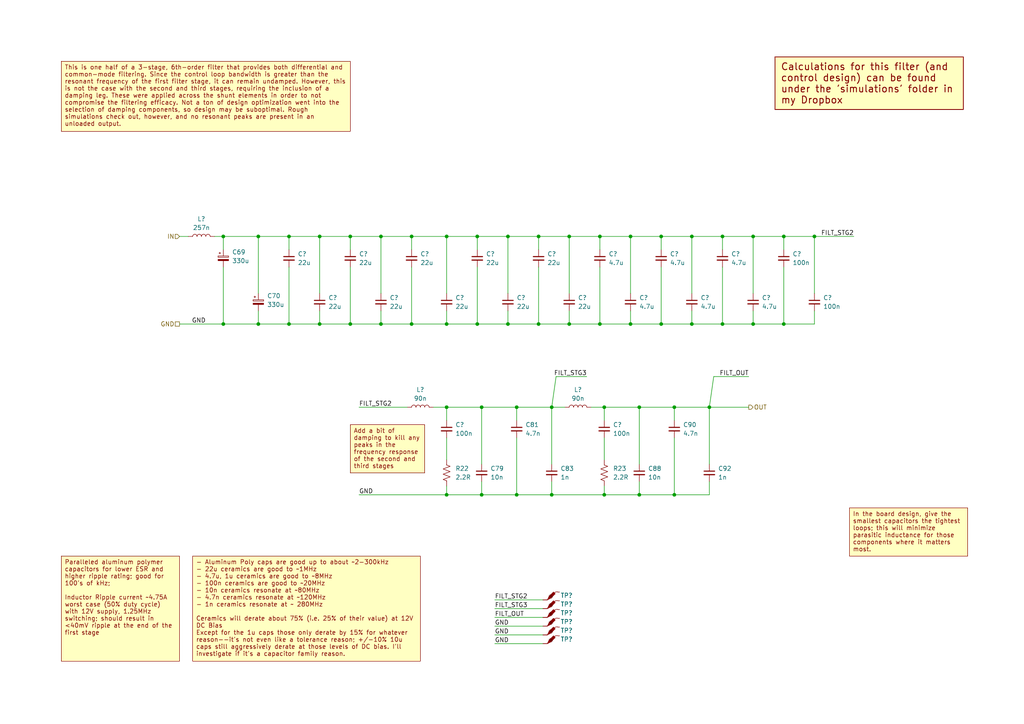
<source format=kicad_sch>
(kicad_sch (version 20230121) (generator eeschema)
  (paper "A4")
  (title_block (title "Shim Amplifier Prototype") (date "2023-08-01") (rev "A.1") (company "Ishaan Govindarajan"))
  (lib_symbols
    (symbol "Custom-Capacitor:25SVPF330M" (pin_numbers hide) (pin_names (offset 0.254) hide)
      (property "Reference" "C?" (at 0.254 1.778 0))
      (property "Value" "330u" (at 0.254 -2.032 0))
      (symbol "25SVPF330M_0_1"
        (rectangle (start -1.524 -0.3048) (end 1.524 -0.6858) (fill (type outline)))
        (rectangle (start -1.524 0.6858) (end 1.524 0.3048))
        (polyline (pts (xy -1.27 1.524) (xy -0.762 1.524)))
        (polyline (pts (xy -1.016 1.27) (xy -1.016 1.778)))
      )
      (symbol "25SVPF330M_1_1"
        (pin passive line (at 0 2.54 270) (length 1.8542) (name "~") (number "1"))
        (pin passive line (at 0 -2.54 90) (length 1.8542) (name "~") (number "2"))
      )
    )
    (symbol "Custom-Capacitor:CL10B102KB8NNNC" (pin_numbers hide) (pin_names (offset 0.254) hide)
      (property "Reference" "C" (at 0.254 1.778 0))
      (property "Value" "1n" (at 0.254 -2.032 0))
      (symbol "CL10B102KB8NNNC_0_1"
        (polyline (pts (xy -1.524 -0.508) (xy 1.524 -0.508)) (stroke (width 0.3302)))
        (polyline (pts (xy -1.524 0.508) (xy 1.524 0.508)) (stroke (width 0.3048)))
      )
      (symbol "CL10B102KB8NNNC_1_1"
        (pin passive line (at 0 2.54 270) (length 2.032) (name "~") (number "1"))
        (pin passive line (at 0 -2.54 90) (length 2.032) (name "~") (number "2"))
      )
    )
    (symbol "Custom-Capacitor:CL10B103KB8NNNC" (pin_numbers hide) (pin_names (offset 0.254) hide)
      (property "Reference" "C" (at 0.254 1.778 0))
      (property "Value" "10n" (at 0.254 -2.032 0))
      (symbol "CL10B103KB8NNNC_0_1"
        (polyline (pts (xy -1.524 -0.508) (xy 1.524 -0.508)) (stroke (width 0.3302)))
        (polyline (pts (xy -1.524 0.508) (xy 1.524 0.508)) (stroke (width 0.3048)))
      )
      (symbol "CL10B103KB8NNNC_1_1"
        (pin passive line (at 0 2.54 270) (length 2.032) (name "~") (number "1"))
        (pin passive line (at 0 -2.54 90) (length 2.032) (name "~") (number "2"))
      )
    )
    (symbol "Custom-Capacitor:CL10B104KB8NNWC" (pin_numbers hide) (pin_names (offset 0.254) hide)
      (property "Reference" "C" (at 0.254 1.778 0))
      (property "Value" "100n" (at 0.254 -2.032 0))
      (symbol "CL10B104KB8NNWC_0_1"
        (polyline (pts (xy -1.524 -0.508) (xy 1.524 -0.508)) (stroke (width 0.3302)))
        (polyline (pts (xy -1.524 0.508) (xy 1.524 0.508)) (stroke (width 0.3048)))
      )
      (symbol "CL10B104KB8NNWC_1_1"
        (pin passive line (at 0 2.54 270) (length 2.032) (name "~") (number "1"))
        (pin passive line (at 0 -2.54 90) (length 2.032) (name "~") (number "2"))
      )
    )
    (symbol "Custom-Capacitor:CL10B472KB8NFNC" (pin_numbers hide) (pin_names (offset 0.254) hide)
      (property "Reference" "C" (at 0.254 1.778 0))
      (property "Value" "4.7n" (at 0.254 -2.032 0))
      (symbol "CL10B472KB8NFNC_0_1"
        (polyline (pts (xy -1.524 -0.508) (xy 1.524 -0.508)) (stroke (width 0.3302)))
        (polyline (pts (xy -1.524 0.508) (xy 1.524 0.508)) (stroke (width 0.3048)))
      )
      (symbol "CL10B472KB8NFNC_1_1"
        (pin passive line (at 0 2.54 270) (length 2.032) (name "~") (number "1"))
        (pin passive line (at 0 -2.54 90) (length 2.032) (name "~") (number "2"))
      )
    )
    (symbol "Custom-Capacitor:CL21A475KLCLQNC" (pin_numbers hide) (pin_names (offset 0.254) hide)
      (property "Reference" "C" (at 0.254 1.778 0))
      (property "Value" "4.7u" (at 0.254 -2.032 0))
      (symbol "CL21A475KLCLQNC_0_1"
        (polyline (pts (xy -1.524 -0.508) (xy 1.524 -0.508)) (stroke (width 0.3302)))
        (polyline (pts (xy -1.524 0.508) (xy 1.524 0.508)) (stroke (width 0.3048)))
      )
      (symbol "CL21A475KLCLQNC_1_1"
        (pin passive line (at 0 2.54 270) (length 2.032) (name "~") (number "1"))
        (pin passive line (at 0 -2.54 90) (length 2.032) (name "~") (number "2"))
      )
    )
    (symbol "Custom-Capacitor:CL32B226KAJNNNE" (pin_numbers hide) (pin_names (offset 0.254) hide)
      (property "Reference" "C" (at 0.254 1.778 0))
      (property "Value" "22u" (at 0.254 -2.032 0))
      (symbol "CL32B226KAJNNNE_0_1"
        (polyline (pts (xy -1.524 -0.508) (xy 1.524 -0.508)) (stroke (width 0.3302)))
        (polyline (pts (xy -1.524 0.508) (xy 1.524 0.508)) (stroke (width 0.3048)))
      )
      (symbol "CL32B226KAJNNNE_1_1"
        (pin passive line (at 0 2.54 270) (length 2.032) (name "~") (number "1"))
        (pin passive line (at 0 -2.54 90) (length 2.032) (name "~") (number "2"))
      )
    )
    (symbol "Custom-Inductor:1212VS-90NMED" (pin_numbers hide) (pin_names (offset 1.016) hide)
      (property "Reference" "L?" (at 0 -1.27 0))
      (property "Value" "90n" (at 0 1.905 0))
      (symbol "1212VS-90NMED_0_1"
        (arc (start -1.27 0) (mid -1.905 0.6323) (end -2.54 0))
        (arc (start 0 0) (mid -0.635 0.6323) (end -1.27 0))
        (arc (start 1.27 0) (mid 0.635 0.6323) (end 0 0))
        (arc (start 2.54 0) (mid 1.905 0.6323) (end 1.27 0))
      )
      (symbol "1212VS-90NMED_1_1"
        (pin passive line (at -3.81 0 0) (length 1.27) (name "1") (number "1"))
        (pin passive line (at 3.81 0 180) (length 1.27) (name "2") (number "2"))
      )
    )
    (symbol "Custom-Inductor:2014VS-251MED" (pin_numbers hide) (pin_names (offset 1.016) hide)
      (property "Reference" "L?" (at 0 -1.27 0))
      (property "Value" "257n" (at 0 1.905 0))
      (symbol "2014VS-251MED_0_1"
        (arc (start -1.27 0) (mid -1.905 0.6323) (end -2.54 0))
        (arc (start 0 0) (mid -0.635 0.6323) (end -1.27 0))
        (arc (start 1.27 0) (mid 0.635 0.6323) (end 0 0))
        (arc (start 2.54 0) (mid 1.905 0.6323) (end 1.27 0))
      )
      (symbol "2014VS-251MED_1_1"
        (pin passive line (at -3.81 0 0) (length 1.27) (name "1") (number "1"))
        (pin passive line (at 3.81 0 180) (length 1.27) (name "2") (number "2"))
        (pin no_connect line (at 0 0 0) (length 1.27) hide (name "1") (number "3"))
      )
    )
    (symbol "Custom-LogicIC:TestPoint" (in_bom no)
      (property "Reference" "TP" (at 2.54 0 0))
      (symbol "TestPoint_1_1"
        (polyline (pts (xy -0.762 1.27) (xy 0 0.508)) (stroke (width 0) (color 72 0 0 1)))
        (polyline (pts (xy -0.508 1.524) (xy 0.254 0.762)) (stroke (width 0) (color 72 0 0 1)))
        (polyline (pts (xy -1.27 0) (xy -0.762 1.016) (xy -0.254 0.508) (xy -1.27 0)) (fill (type color) (color 132 0 0 1)))
        (polyline (pts (xy -0.762 1.016) (xy 0.508 2.286) (xy 1.016 1.778) (xy -0.254 0.508) (xy -0.762 1.016)) (fill (type color) (color 132 0 0 1)))
        (arc (start 1.778 2.286) (mid 1.2343 2.3019) (end 0.762 2.032))
        (arc (start 1.778 2.286) (mid 2.032 2.258) (end 2.286 2.286))
        (pin passive line (at -2.54 0 0) (length 1.27) (name "") (number "1"))
      )
    )
    (symbol "Custom-Resistor:RPC0805JT2R20-UP" (pin_numbers hide) (pin_names (offset 0))
      (property "Reference" "R" (at 2.54 0 90))
      (property "Value" "2.2R" (at -2.54 0 90))
      (symbol "RPC0805JT2R20-UP_0_1"
        (polyline (pts (xy 0 -2.286) (xy 0 -2.54)))
        (polyline (pts (xy 0 2.286) (xy 0 2.54)))
        (polyline (pts (xy 0 -0.762) (xy 1.016 -1.143) (xy 0 -1.524) (xy -1.016 -1.905) (xy 0 -2.286)))
        (polyline (pts (xy 0 0.762) (xy 1.016 0.381) (xy 0 0) (xy -1.016 -0.381) (xy 0 -0.762)))
        (polyline (pts (xy 0 2.286) (xy 1.016 1.905) (xy 0 1.524) (xy -1.016 1.143) (xy 0 0.762)))
      )
      (symbol "RPC0805JT2R20-UP_1_1"
        (pin passive line (at 0 3.81 270) (length 1.27) (name "~") (number "1"))
        (pin passive line (at 0 -3.81 90) (length 1.27) (name "~") (number "2"))
      )
    )
  )
  (junction (at 64.77 68.58))
  (junction (at 74.93 68.58))
  (junction (at 74.93 93.98))
  (junction (at 218.44 68.58))
  (junction (at 110.49 68.58))
  (junction (at 92.71 93.98))
  (junction (at 182.88 93.98))
  (junction (at 64.77 93.98))
  (junction (at 175.26 143.51))
  (junction (at 92.71 68.58))
  (junction (at 138.43 93.98))
  (junction (at 160.02 143.51))
  (junction (at 209.55 68.58))
  (junction (at 147.32 68.58))
  (junction (at 191.77 93.98))
  (junction (at 191.77 68.58))
  (junction (at 182.88 68.58))
  (junction (at 156.21 93.98))
  (junction (at 129.54 143.51))
  (junction (at 101.6 93.98))
  (junction (at 195.58 118.11))
  (junction (at 147.32 93.98))
  (junction (at 175.26 118.11))
  (junction (at 218.44 93.98))
  (junction (at 119.38 68.58))
  (junction (at 149.86 143.51))
  (junction (at 139.7 143.51))
  (junction (at 195.58 143.51))
  (junction (at 185.42 118.11))
  (junction (at 209.55 93.98))
  (junction (at 200.66 93.98))
  (junction (at 83.82 93.98))
  (junction (at 101.6 68.58))
  (junction (at 156.21 68.58))
  (junction (at 83.82 68.58))
  (junction (at 138.43 68.58))
  (junction (at 205.74 118.11))
  (junction (at 165.1 68.58))
  (junction (at 173.99 93.98))
  (junction (at 200.66 68.58))
  (junction (at 129.54 118.11))
  (junction (at 110.49 93.98))
  (junction (at 185.42 143.51))
  (junction (at 129.54 68.58))
  (junction (at 165.1 93.98))
  (junction (at 227.33 93.98))
  (junction (at 236.22 68.58))
  (junction (at 149.86 118.11))
  (junction (at 129.54 93.98))
  (junction (at 119.38 93.98))
  (junction (at 160.02 118.11))
  (junction (at 173.99 68.58))
  (junction (at 139.7 118.11))
  (junction (at 227.33 68.58))
  (wire (pts (xy 218.44 68.58) (xy 227.33 68.58)))
  (wire (pts (xy 205.74 118.11) (xy 217.17 118.11)))
  (wire (pts (xy 138.43 68.58) (xy 138.43 72.39)))
  (wire (pts (xy 129.54 140.97) (xy 129.54 143.51)))
  (wire (pts (xy 175.26 140.97) (xy 175.26 143.51)))
  (wire (pts (xy 165.1 93.98) (xy 173.99 93.98)))
  (wire (pts (xy 165.1 68.58) (xy 173.99 68.58)))
  (wire (pts (xy 129.54 90.17) (xy 129.54 93.98)))
  (wire (pts (xy 149.86 118.11) (xy 160.02 118.11)))
  (wire (pts (xy 101.6 68.58) (xy 110.49 68.58)))
  (wire (pts (xy 227.33 77.47) (xy 227.33 93.98)))
  (wire (pts (xy 83.82 93.98) (xy 92.71 93.98)))
  (wire (pts (xy 92.71 68.58) (xy 92.71 85.09)))
  (wire (pts (xy 191.77 68.58) (xy 191.77 72.39)))
  (wire (pts (xy 62.23 68.58) (xy 64.77 68.58)))
  (wire (pts (xy 236.22 68.58) (xy 247.65 68.58)))
  (wire (pts (xy 110.49 68.58) (xy 119.38 68.58)))
  (wire (pts (xy 143.51 176.53) (xy 157.48 176.53)))
  (wire (pts (xy 138.43 77.47) (xy 138.43 93.98)))
  (wire (pts (xy 160.02 118.11) (xy 163.83 118.11)))
  (wire (pts (xy 64.77 77.47) (xy 64.77 93.98)))
  (wire (pts (xy 209.55 77.47) (xy 209.55 93.98)))
  (wire (pts (xy 156.21 77.47) (xy 156.21 93.98)))
  (wire (pts (xy 156.21 93.98) (xy 165.1 93.98)))
  (wire (pts (xy 74.93 68.58) (xy 74.93 85.09)))
  (wire (pts (xy 195.58 118.11) (xy 195.58 121.92)))
  (wire (pts (xy 110.49 68.58) (xy 110.49 85.09)))
  (wire (pts (xy 165.1 68.58) (xy 165.1 85.09)))
  (wire (pts (xy 161.29 109.22) (xy 160.02 118.11)))
  (wire (pts (xy 207.01 109.22) (xy 205.74 118.11)))
  (wire (pts (xy 156.21 68.58) (xy 165.1 68.58)))
  (wire (pts (xy 195.58 143.51) (xy 205.74 143.51)))
  (wire (pts (xy 173.99 93.98) (xy 182.88 93.98)))
  (wire (pts (xy 149.86 118.11) (xy 149.86 121.92)))
  (wire (pts (xy 236.22 90.17) (xy 236.22 93.98)))
  (wire (pts (xy 173.99 68.58) (xy 173.99 72.39)))
  (wire (pts (xy 182.88 93.98) (xy 191.77 93.98)))
  (wire (pts (xy 160.02 143.51) (xy 175.26 143.51)))
  (wire (pts (xy 92.71 90.17) (xy 92.71 93.98)))
  (wire (pts (xy 171.45 118.11) (xy 175.26 118.11)))
  (wire (pts (xy 129.54 118.11) (xy 139.7 118.11)))
  (wire (pts (xy 147.32 90.17) (xy 147.32 93.98)))
  (wire (pts (xy 191.77 93.98) (xy 200.66 93.98)))
  (wire (pts (xy 165.1 90.17) (xy 165.1 93.98)))
  (wire (pts (xy 143.51 186.69) (xy 157.48 186.69)))
  (wire (pts (xy 218.44 68.58) (xy 218.44 85.09)))
  (wire (pts (xy 191.77 77.47) (xy 191.77 93.98)))
  (wire (pts (xy 200.66 93.98) (xy 209.55 93.98)))
  (wire (pts (xy 175.26 118.11) (xy 175.26 121.92)))
  (wire (pts (xy 160.02 139.7) (xy 160.02 143.51)))
  (wire (pts (xy 83.82 77.47) (xy 83.82 93.98)))
  (wire (pts (xy 143.51 181.61) (xy 157.48 181.61)))
  (wire (pts (xy 143.51 179.07) (xy 157.48 179.07)))
  (wire (pts (xy 110.49 90.17) (xy 110.49 93.98)))
  (wire (pts (xy 129.54 93.98) (xy 138.43 93.98)))
  (wire (pts (xy 147.32 68.58) (xy 156.21 68.58)))
  (wire (pts (xy 74.93 90.17) (xy 74.93 93.98)))
  (wire (pts (xy 209.55 68.58) (xy 218.44 68.58)))
  (wire (pts (xy 185.42 118.11) (xy 195.58 118.11)))
  (wire (pts (xy 129.54 143.51) (xy 139.7 143.51)))
  (wire (pts (xy 185.42 139.7) (xy 185.42 143.51)))
  (wire (pts (xy 64.77 68.58) (xy 64.77 72.39)))
  (wire (pts (xy 195.58 118.11) (xy 205.74 118.11)))
  (wire (pts (xy 139.7 118.11) (xy 139.7 134.62)))
  (wire (pts (xy 129.54 68.58) (xy 129.54 85.09)))
  (wire (pts (xy 83.82 68.58) (xy 92.71 68.58)))
  (wire (pts (xy 83.82 68.58) (xy 83.82 72.39)))
  (wire (pts (xy 175.26 127) (xy 175.26 133.35)))
  (wire (pts (xy 149.86 143.51) (xy 139.7 143.51)))
  (wire (pts (xy 160.02 118.11) (xy 160.02 134.62)))
  (wire (pts (xy 74.93 68.58) (xy 83.82 68.58)))
  (wire (pts (xy 227.33 68.58) (xy 236.22 68.58)))
  (wire (pts (xy 191.77 68.58) (xy 200.66 68.58)))
  (wire (pts (xy 195.58 127) (xy 195.58 143.51)))
  (wire (pts (xy 125.73 118.11) (xy 129.54 118.11)))
  (wire (pts (xy 182.88 68.58) (xy 191.77 68.58)))
  (wire (pts (xy 92.71 93.98) (xy 101.6 93.98)))
  (wire (pts (xy 52.07 68.58) (xy 54.61 68.58)))
  (wire (pts (xy 173.99 68.58) (xy 182.88 68.58)))
  (wire (pts (xy 64.77 68.58) (xy 74.93 68.58)))
  (wire (pts (xy 129.54 127) (xy 129.54 133.35)))
  (wire (pts (xy 139.7 118.11) (xy 149.86 118.11)))
  (wire (pts (xy 101.6 68.58) (xy 101.6 72.39)))
  (wire (pts (xy 227.33 68.58) (xy 227.33 72.39)))
  (wire (pts (xy 147.32 68.58) (xy 147.32 85.09)))
  (wire (pts (xy 139.7 139.7) (xy 139.7 143.51)))
  (wire (pts (xy 227.33 93.98) (xy 236.22 93.98)))
  (wire (pts (xy 185.42 118.11) (xy 185.42 134.62)))
  (wire (pts (xy 217.17 109.22) (xy 207.01 109.22)))
  (wire (pts (xy 110.49 93.98) (xy 119.38 93.98)))
  (wire (pts (xy 104.14 118.11) (xy 118.11 118.11)))
  (wire (pts (xy 143.51 184.15) (xy 157.48 184.15)))
  (wire (pts (xy 175.26 143.51) (xy 185.42 143.51)))
  (wire (pts (xy 64.77 93.98) (xy 74.93 93.98)))
  (wire (pts (xy 209.55 93.98) (xy 218.44 93.98)))
  (wire (pts (xy 149.86 127) (xy 149.86 143.51)))
  (wire (pts (xy 185.42 143.51) (xy 195.58 143.51)))
  (wire (pts (xy 119.38 68.58) (xy 129.54 68.58)))
  (wire (pts (xy 236.22 68.58) (xy 236.22 85.09)))
  (wire (pts (xy 149.86 143.51) (xy 160.02 143.51)))
  (wire (pts (xy 218.44 90.17) (xy 218.44 93.98)))
  (wire (pts (xy 129.54 68.58) (xy 138.43 68.58)))
  (wire (pts (xy 200.66 68.58) (xy 200.66 85.09)))
  (wire (pts (xy 175.26 118.11) (xy 185.42 118.11)))
  (wire (pts (xy 182.88 68.58) (xy 182.88 85.09)))
  (wire (pts (xy 200.66 90.17) (xy 200.66 93.98)))
  (wire (pts (xy 143.51 173.99) (xy 157.48 173.99)))
  (wire (pts (xy 170.18 109.22) (xy 161.29 109.22)))
  (wire (pts (xy 119.38 93.98) (xy 129.54 93.98)))
  (wire (pts (xy 92.71 68.58) (xy 101.6 68.58)))
  (wire (pts (xy 147.32 93.98) (xy 156.21 93.98)))
  (wire (pts (xy 52.07 93.98) (xy 64.77 93.98)))
  (wire (pts (xy 74.93 93.98) (xy 83.82 93.98)))
  (wire (pts (xy 205.74 139.7) (xy 205.74 143.51)))
  (wire (pts (xy 101.6 77.47) (xy 101.6 93.98)))
  (wire (pts (xy 200.66 68.58) (xy 209.55 68.58)))
  (wire (pts (xy 104.14 143.51) (xy 129.54 143.51)))
  (wire (pts (xy 138.43 93.98) (xy 147.32 93.98)))
  (wire (pts (xy 138.43 68.58) (xy 147.32 68.58)))
  (wire (pts (xy 129.54 118.11) (xy 129.54 121.92)))
  (wire (pts (xy 209.55 68.58) (xy 209.55 72.39)))
  (wire (pts (xy 173.99 77.47) (xy 173.99 93.98)))
  (wire (pts (xy 101.6 93.98) (xy 110.49 93.98)))
  (wire (pts (xy 205.74 118.11) (xy 205.74 134.62)))
  (wire (pts (xy 119.38 68.58) (xy 119.38 72.39)))
  (wire (pts (xy 182.88 90.17) (xy 182.88 93.98)))
  (wire (pts (xy 218.44 93.98) (xy 227.33 93.98)))
  (wire (pts (xy 119.38 77.47) (xy 119.38 93.98)))
  (wire (pts (xy 156.21 68.58) (xy 156.21 72.39)))
  (text_box "Add a bit of damping to kill any peaks in the frequency response of the second and third stages" (at 101.6 123.19 0) (size 21.59 13.97) (stroke (width 0) (color 132 0 0 1)) (fill (type color) (color 255 255 194 1)) (effects (font (size 1.27 1.27)) (justify left top)))
  (text_box "This is one half of a 3-stage, 6th-order filter that provides both differential and common-mode filtering. Since the control loop bandwidth is greater than the resonant frequency of the first filter stage, it can remain undamped. However, this is not the case with the second and third stages, requiring the inclusion of a damping leg. These were applied across the shunt elements in order to not compromise the filtering efficacy. Not a ton of design optimization went into the selection of damping components, so design may be suboptimal. Rough simulations check out, however, and no resonant peaks are present in an unloaded output. \n\n" (at 17.78 17.78 0) (size 83.82 20.32) (stroke (width 0) (color 132 0 0 1)) (fill (type color) (color 255 255 194 1)) (effects (font (size 1.27 1.27)) (justify left top)))
  (text_box "Calculations for this filter (and control design) can be found under the 'simulations' folder in my Dropbox" (at 224.79 16.51 0) (size 54.61 15.24) (stroke (width 0.25) (color 132 0 0 1)) (fill (type color) (color 255 255 194 1)) (effects (font (size 2 2) (thickness 0.254) bold) (justify left top)))
  (text_box "- Aluminum Poly caps are good up to about ~2-300kHz\n- 22u ceramics are good to ~1MHz\n- 4.7u, 1u ceramics are good to ~8MHz\n- 100n ceramics are good to ~20MHz\n- 10n ceramics resonate at ~80MHz\n- 4.7n ceramics resonate at ~120MHz\n- 1n ceramics resonate at ~ 280MHz\n\nCeramics will derate about 75% (i.e. 25% of their value) at 12V DC Bias\nExcept for the 1u caps those only derate by 15% for whatever reason--it's not even like a tolerance reason; +/-10% 10u caps still aggressively derate at those levels of DC bias. I'll investigate if it's a capacitor family reason." (at 55.88 161.29 0) (size 66.04 30.48) (stroke (width 0) (color 132 0 0 1)) (fill (type color) (color 255 255 194 1)) (effects (font (size 1.27 1.27)) (justify left top)))
  (text_box "Paralleled aluminum polymer capacitors for lower ESR and higher ripple rating; good for 100's of kHz;\n\nInductor Ripple current ~4.75A worst case (50% duty cycle) with 12V supply, 1.25MHz switching; should result in <40mV ripple at the end of the first stage\n" (at 17.78 161.29 0) (size 34.29 30.48) (stroke (width 0) (color 132 0 0 1)) (fill (type color) (color 255 255 194 1)) (effects (font (size 1.27 1.27)) (justify left top)))
  (text_box "In the board design, give the smallest capacitors the tightest loops; this will minimize parasitic inductance for those components where it matters most. " (at 246.38 147.32 0) (size 34.29 13.97) (stroke (width 0) (color 132 0 0 1)) (fill (type color) (color 255 255 194 1)) (effects (font (size 1.27 1.27)) (justify left top)))
  (label "FILT_STG2" (at 247.65 68.58 180))
  (label "FILT_STG3" (at 170.18 109.22 180))
  (label "FILT_OUT" (at 217.17 109.22 180))
  (label "FILT_STG2" (at 143.51 173.99 0))
  (label "FILT_OUT" (at 143.51 179.07 0))
  (label "FILT_STG2" (at 104.14 118.11 0))
  (label "GND" (at 104.14 143.51 0))
  (label "GND" (at 143.51 186.69 0))
  (label "GND" (at 143.51 181.61 0))
  (label "FILT_STG3" (at 143.51 176.53 0))
  (label "GND" (at 59.69 93.98 180))
  (label "GND" (at 143.51 184.15 0))
  (hierarchical_label "IN" (shape input) (at 52.07 68.58 180))
  (hierarchical_label "GND" (shape passive) (at 52.07 93.98 180))
  (hierarchical_label "OUT" (shape output) (at 217.17 118.11 0))
  (symbol (lib_id "Custom-Capacitor:CL21A475KLCLQNC") (at 182.88 87.63 0) (unit 1)
    (property "Reference" "C?" (at 185.42 86.3663 0) (effects (justify left)))
    (property "Value" "4.7u" (at 185.42 88.9063 0) (effects (justify left)))
    (property "Footprint" "Capacitor_SMD:C_0805_2012Metric_Pad1.18x1.45mm_HandSolder" (effects hide))
    (property "Datasheet" "https://media.digikey.com/pdf/Data%20Sheets/Samsung%20PDFs/CL21A475KLCLQNC_Spec.pdf" (effects hide))
    (property "Manufacturer" "Samsung Electro-Mechanics" (effects hide))
    (property "Part Number" "CL21A475KLCLQNC" (effects hide))
    (instances (project "Class-D Prototype RevB" (path "" (reference "C?") (unit 1)) (path "" (reference "C87") (unit 1)) (path "" (reference "C115") (unit 1))))
  )
  (symbol (lib_id "Custom-Capacitor:CL32B226KAJNNNE") (at 110.49 87.63 0) (unit 1)
    (property "Reference" "C?" (at 113.03 86.3663 0) (effects (justify left)))
    (property "Value" "22u" (at 113.03 88.9063 0) (effects (justify left)))
    (property "Footprint" "Capacitor_SMD:C_1210_3225Metric_Pad1.33x2.70mm_HandSolder" (effects hide))
    (property "Datasheet" "https://product.samsungsem.com/mlcc/CL32B226KAJNNN.do" (effects hide))
    (property "Manufacturer" "Samsung Electro-Mechanics" (effects hide))
    (property "Part Number" "CL32B226KAJNNNE" (effects hide))
    (instances (project "Class-D Prototype RevB" (path "" (reference "C?") (unit 1)) (path "" (reference "C74") (unit 1)) (path "" (reference "C102") (unit 1))))
  )
  (symbol (lib_id "Custom-Capacitor:CL10B103KB8NNNC") (at 139.7 137.16 0) (unit 1)
    (property "Reference" "C79" (at 142.24 135.8963 0) (effects (justify left)))
    (property "Value" "10n" (at 142.24 138.4363 0) (effects (justify left)))
    (property "Footprint" "Capacitor_SMD:C_0603_1608Metric_Pad1.08x0.95mm_HandSolder" (effects hide))
    (property "Datasheet" "https://product.samsungsem.com/mlcc/CL10B103KB8NNN.do" (effects hide))
    (property "Manufacturer" "Samsung Electro-Mechanics" (effects hide))
    (property "Part Number" "CL10B103KB8NNNC" (effects hide))
    (instances (project "Class-D Prototype RevB" (path "" (reference "C79") (unit 1)) (path "" (reference "C107") (unit 1))))
  )
  (symbol (lib_id "Custom-Capacitor:CL21A475KLCLQNC") (at 218.44 87.63 0) (unit 1)
    (property "Reference" "C?" (at 220.98 86.3663 0) (effects (justify left)))
    (property "Value" "4.7u" (at 220.98 88.9063 0) (effects (justify left)))
    (property "Footprint" "Capacitor_SMD:C_0805_2012Metric_Pad1.18x1.45mm_HandSolder" (effects hide))
    (property "Datasheet" "https://media.digikey.com/pdf/Data%20Sheets/Samsung%20PDFs/CL21A475KLCLQNC_Spec.pdf" (effects hide))
    (property "Manufacturer" "Samsung Electro-Mechanics" (effects hide))
    (property "Part Number" "CL21A475KLCLQNC" (effects hide))
    (instances (project "Class-D Prototype RevB" (path "" (reference "C?") (unit 1)) (path "" (reference "C94") (unit 1)) (path "" (reference "C122") (unit 1))))
  )
  (symbol (lib_id "Custom-Capacitor:CL10B102KB8NNNC") (at 205.74 137.16 0) (unit 1)
    (property "Reference" "C92" (at 208.28 135.8963 0) (effects (justify left)))
    (property "Value" "1n" (at 208.28 138.4363 0) (effects (justify left)))
    (property "Footprint" "Capacitor_SMD:C_0603_1608Metric_Pad1.08x0.95mm_HandSolder" (effects hide))
    (property "Datasheet" "https://product.samsungsem.com/mlcc/CL10B102KB8NNN.do" (effects hide))
    (property "Manufacturer" "Samsung Electro-Mechanics" (effects hide))
    (property "Part Number" "CL10B102KB8NNNC" (effects hide))
    (instances (project "Class-D Prototype RevB" (path "" (reference "C92") (unit 1)) (path "" (reference "C120") (unit 1))))
  )
  (symbol (lib_id "Custom-Capacitor:CL10B104KB8NNWC") (at 236.22 87.63 0) (unit 1)
    (property "Reference" "C?" (at 238.76 86.3663 0) (effects (justify left)))
    (property "Value" "100n" (at 238.76 88.9063 0) (effects (justify left)))
    (property "Footprint" "Capacitor_SMD:C_0603_1608Metric_Pad1.08x0.95mm_HandSolder" (effects hide))
    (property "Datasheet" "https://product.samsungsem.com/mlcc/CL31B106KAHNFN.do" (effects hide))
    (property "Manufacturer" "Samsung Electro-Mechanics" (effects hide))
    (property "Part Number" "CL10B104KB8NNWC" (effects hide))
    (instances (project "Class-D Prototype RevB" (path "" (reference "C?") (unit 1)) (path "" (reference "C96") (unit 1)) (path "" (reference "C124") (unit 1))))
  )
  (symbol (lib_id "Custom-Capacitor:CL10B472KB8NFNC") (at 195.58 124.46 0) (unit 1)
    (property "Reference" "C90" (at 198.12 123.1963 0) (effects (justify left)))
    (property "Value" "4.7n" (at 198.12 125.7363 0) (effects (justify left)))
    (property "Footprint" "Capacitor_SMD:C_0603_1608Metric_Pad1.08x0.95mm_HandSolder" (effects hide))
    (property "Datasheet" "https://product.samsungsem.com/mlcc/CL10B472KB8NFN.do" (effects hide))
    (property "Manufacturer" "Samsung Electro-Mechanics" (effects hide))
    (property "Part Number" "CL10B472KB8NFNC" (effects hide))
    (instances (project "Class-D Prototype RevB" (path "" (reference "C90") (unit 1)) (path "" (reference "C118") (unit 1))))
  )
  (symbol (lib_id "Custom-Capacitor:CL32B226KAJNNNE") (at 147.32 87.63 0) (unit 1)
    (property "Reference" "C?" (at 149.86 86.3663 0) (effects (justify left)))
    (property "Value" "22u" (at 149.86 88.9063 0) (effects (justify left)))
    (property "Footprint" "Capacitor_SMD:C_1210_3225Metric_Pad1.33x2.70mm_HandSolder" (effects hide))
    (property "Datasheet" "https://product.samsungsem.com/mlcc/CL32B226KAJNNN.do" (effects hide))
    (property "Manufacturer" "Samsung Electro-Mechanics" (effects hide))
    (property "Part Number" "CL32B226KAJNNNE" (effects hide))
    (instances (project "Class-D Prototype RevB" (path "" (reference "C?") (unit 1)) (path "" (reference "C80") (unit 1)) (path "" (reference "C108") (unit 1))))
  )
  (symbol (lib_id "Custom-Capacitor:CL32B226KAJNNNE") (at 92.71 87.63 0) (unit 1)
    (property "Reference" "C?" (at 95.25 86.3663 0) (effects (justify left)))
    (property "Value" "22u" (at 95.25 88.9063 0) (effects (justify left)))
    (property "Footprint" "Capacitor_SMD:C_1210_3225Metric_Pad1.33x2.70mm_HandSolder" (effects hide))
    (property "Datasheet" "https://product.samsungsem.com/mlcc/CL32B226KAJNNN.do" (effects hide))
    (property "Manufacturer" "Samsung Electro-Mechanics" (effects hide))
    (property "Part Number" "CL32B226KAJNNNE" (effects hide))
    (instances (project "Class-D Prototype RevB" (path "" (reference "C?") (unit 1)) (path "" (reference "C72") (unit 1)) (path "" (reference "C100") (unit 1))))
  )
  (symbol (lib_id "Custom-Capacitor:CL21A475KLCLQNC") (at 173.99 74.93 0) (unit 1)
    (property "Reference" "C?" (at 176.53 73.6663 0) (effects (justify left)))
    (property "Value" "4.7u" (at 176.53 76.2063 0) (effects (justify left)))
    (property "Footprint" "Capacitor_SMD:C_0805_2012Metric_Pad1.18x1.45mm_HandSolder" (effects hide))
    (property "Datasheet" "https://media.digikey.com/pdf/Data%20Sheets/Samsung%20PDFs/CL21A475KLCLQNC_Spec.pdf" (effects hide))
    (property "Manufacturer" "Samsung Electro-Mechanics" (effects hide))
    (property "Part Number" "CL21A475KLCLQNC" (effects hide))
    (instances (project "Class-D Prototype RevB" (path "" (reference "C?") (unit 1)) (path "" (reference "C85") (unit 1)) (path "" (reference "C113") (unit 1))))
  )
  (symbol (lib_id "Custom-LogicIC:TestPoint") (at 160.02 184.15 0) (unit 1) (in_bom no)
    (property "Reference" "TP?" (at 162.56 182.88 0) (effects (justify left)))
    (property "Value" "-" (effects hide))
    (property "Footprint" "TestPoint:TestPoint_Pad_D2.0mm" (effects hide))
    (instances (project "Class-D Prototype RevB" (path "" (reference "TP?") (unit 1)) (path "" (reference "TP21") (unit 1)) (path "" (reference "TP27") (unit 1))))
  )
  (symbol (lib_id "Custom-Capacitor:CL10B104KB8NNWC") (at 227.33 74.93 0) (unit 1)
    (property "Reference" "C?" (at 229.87 73.6663 0) (effects (justify left)))
    (property "Value" "100n" (at 229.87 76.2063 0) (effects (justify left)))
    (property "Footprint" "Capacitor_SMD:C_0603_1608Metric_Pad1.08x0.95mm_HandSolder" (effects hide))
    (property "Datasheet" "https://product.samsungsem.com/mlcc/CL31B106KAHNFN.do" (effects hide))
    (property "Manufacturer" "Samsung Electro-Mechanics" (effects hide))
    (property "Part Number" "CL10B104KB8NNWC" (effects hide))
    (instances (project "Class-D Prototype RevB" (path "" (reference "C?") (unit 1)) (path "" (reference "C95") (unit 1)) (path "" (reference "C123") (unit 1))))
  )
  (symbol (lib_id "Custom-LogicIC:TestPoint") (at 160.02 181.61 0) (unit 1) (in_bom no)
    (property "Reference" "TP?" (at 162.56 180.34 0) (effects (justify left)))
    (property "Value" "-" (effects hide))
    (property "Footprint" "TestPoint:TestPoint_Pad_D2.0mm" (effects hide))
    (instances (project "Class-D Prototype RevB" (path "" (reference "TP?") (unit 1)) (path "" (reference "TP20") (unit 1)) (path "" (reference "TP26") (unit 1))))
  )
  (symbol (lib_id "Custom-LogicIC:TestPoint") (at 160.02 173.99 0) (unit 1) (in_bom no)
    (property "Reference" "TP?" (at 162.56 172.72 0) (effects (justify left)))
    (property "Value" "-" (effects hide))
    (property "Footprint" "TestPoint:TestPoint_Pad_D2.0mm" (effects hide))
    (instances (project "Class-D Prototype RevB" (path "" (reference "TP?") (unit 1)) (path "" (reference "TP17") (unit 1)) (path "" (reference "TP23") (unit 1))))
  )
  (symbol (lib_id "Custom-LogicIC:TestPoint") (at 160.02 176.53 0) (unit 1) (in_bom no)
    (property "Reference" "TP?" (at 162.56 175.26 0) (effects (justify left)))
    (property "Value" "-" (effects hide))
    (property "Footprint" "TestPoint:TestPoint_Pad_D2.0mm" (effects hide))
    (instances (project "Class-D Prototype RevB" (path "" (reference "TP?") (unit 1)) (path "" (reference "TP18") (unit 1)) (path "" (reference "TP24") (unit 1))))
  )
  (symbol (lib_id "Custom-Capacitor:CL32B226KAJNNNE") (at 101.6 74.93 0) (unit 1)
    (property "Reference" "C?" (at 104.14 73.6663 0) (effects (justify left)))
    (property "Value" "22u" (at 104.14 76.2063 0) (effects (justify left)))
    (property "Footprint" "Capacitor_SMD:C_1210_3225Metric_Pad1.33x2.70mm_HandSolder" (effects hide))
    (property "Datasheet" "https://product.samsungsem.com/mlcc/CL32B226KAJNNN.do" (effects hide))
    (property "Manufacturer" "Samsung Electro-Mechanics" (effects hide))
    (property "Part Number" "CL32B226KAJNNNE" (effects hide))
    (instances (project "Class-D Prototype RevB" (path "" (reference "C?") (unit 1)) (path "" (reference "C73") (unit 1)) (path "" (reference "C101") (unit 1))))
  )
  (symbol (lib_id "Custom-Capacitor:CL10B104KB8NNWC") (at 175.26 124.46 0) (unit 1)
    (property "Reference" "C?" (at 177.8 123.1963 0) (effects (justify left)))
    (property "Value" "100n" (at 177.8 125.7363 0) (effects (justify left)))
    (property "Footprint" "Capacitor_SMD:C_0603_1608Metric_Pad1.08x0.95mm_HandSolder" (effects hide))
    (property "Datasheet" "https://product.samsungsem.com/mlcc/CL31B106KAHNFN.do" (effects hide))
    (property "Manufacturer" "Samsung Electro-Mechanics" (effects hide))
    (property "Part Number" "CL10B104KB8NNWC" (effects hide))
    (instances (project "Class-D Prototype RevB" (path "" (reference "C?") (unit 1)) (path "" (reference "C86") (unit 1)) (path "" (reference "C114") (unit 1))))
  )
  (symbol (lib_id "Custom-Capacitor:CL21A475KLCLQNC") (at 200.66 87.63 0) (unit 1)
    (property "Reference" "C?" (at 203.2 86.3663 0) (effects (justify left)))
    (property "Value" "4.7u" (at 203.2 88.9063 0) (effects (justify left)))
    (property "Footprint" "Capacitor_SMD:C_0805_2012Metric_Pad1.18x1.45mm_HandSolder" (effects hide))
    (property "Datasheet" "https://media.digikey.com/pdf/Data%20Sheets/Samsung%20PDFs/CL21A475KLCLQNC_Spec.pdf" (effects hide))
    (property "Manufacturer" "Samsung Electro-Mechanics" (effects hide))
    (property "Part Number" "CL21A475KLCLQNC" (effects hide))
    (instances (project "Class-D Prototype RevB" (path "" (reference "C?") (unit 1)) (path "" (reference "C91") (unit 1)) (path "" (reference "C119") (unit 1))))
  )
  (symbol (lib_id "Custom-Inductor:1212VS-90NMED") (at 121.92 118.11 0) (unit 1)
    (property "Reference" "L?" (at 121.92 113.03 0))
    (property "Value" "90n" (at 121.92 115.57 0))
    (property "Footprint" "Custom-RLC:COILCRAFT_1212" (effects hide))
    (property "Datasheet" "https://www.coilcraft.com/getmedia/55a4b40a-2e02-4bf5-b0af-2ea5db75b6cf/1010vs.pdf" (effects hide))
    (property "Manufacturer" "Coilcraft" (effects hide))
    (property "Part Number" "1212VS-90NMED" (effects hide))
    (instances (project "Class-D Prototype RevB" (path "" (reference "L?") (unit 1)) (path "" (reference "L3") (unit 1)) (path "" (reference "L6") (unit 1))))
  )
  (symbol (lib_id "Custom-Resistor:RPC0805JT2R20-UP") (at 129.54 137.16 0) (unit 1)
    (property "Reference" "R22" (at 132.08 135.89 0) (effects (justify left)))
    (property "Value" "2.2R" (at 132.08 138.43 0) (effects (justify left)))
    (property "Footprint" "Resistor_SMD:R_0805_2012Metric_Pad1.20x1.40mm_HandSolder" (effects hide))
    (property "Datasheet" "https://www.seielect.com/Catalog/SEI-RPC.pdf" (effects hide))
    (property "Manufacturer" "Stackpole Electronics Inc" (effects hide))
    (property "Part Number" "RPC0805JT2R20-UP" (effects hide))
    (instances (project "Class-D Prototype RevB" (path "" (reference "R22") (unit 1)) (path "" (reference "R24") (unit 1))))
  )
  (symbol (lib_id "Custom-Capacitor:CL32B226KAJNNNE") (at 156.21 74.93 0) (unit 1)
    (property "Reference" "C?" (at 158.75 73.6663 0) (effects (justify left)))
    (property "Value" "22u" (at 158.75 76.2063 0) (effects (justify left)))
    (property "Footprint" "Capacitor_SMD:C_1210_3225Metric_Pad1.33x2.70mm_HandSolder" (effects hide))
    (property "Datasheet" "https://product.samsungsem.com/mlcc/CL32B226KAJNNN.do" (effects hide))
    (property "Manufacturer" "Samsung Electro-Mechanics" (effects hide))
    (property "Part Number" "CL32B226KAJNNNE" (effects hide))
    (instances (project "Class-D Prototype RevB" (path "" (reference "C?") (unit 1)) (path "" (reference "C82") (unit 1)) (path "" (reference "C110") (unit 1))))
  )
  (symbol (lib_id "Custom-Capacitor:CL10B104KB8NNWC") (at 129.54 124.46 0) (unit 1)
    (property "Reference" "C?" (at 132.08 123.1963 0) (effects (justify left)))
    (property "Value" "100n" (at 132.08 125.7363 0) (effects (justify left)))
    (property "Footprint" "Capacitor_SMD:C_0603_1608Metric_Pad1.08x0.95mm_HandSolder" (effects hide))
    (property "Datasheet" "https://product.samsungsem.com/mlcc/CL31B106KAHNFN.do" (effects hide))
    (property "Manufacturer" "Samsung Electro-Mechanics" (effects hide))
    (property "Part Number" "CL10B104KB8NNWC" (effects hide))
    (instances (project "Class-D Prototype RevB" (path "" (reference "C?") (unit 1)) (path "" (reference "C77") (unit 1)) (path "" (reference "C105") (unit 1))))
  )
  (symbol (lib_id "Custom-Capacitor:CL10B103KB8NNNC") (at 185.42 137.16 0) (unit 1)
    (property "Reference" "C88" (at 187.96 135.8963 0) (effects (justify left)))
    (property "Value" "10n" (at 187.96 138.4363 0) (effects (justify left)))
    (property "Footprint" "Capacitor_SMD:C_0603_1608Metric_Pad1.08x0.95mm_HandSolder" (effects hide))
    (property "Datasheet" "https://product.samsungsem.com/mlcc/CL10B103KB8NNN.do" (effects hide))
    (property "Manufacturer" "Samsung Electro-Mechanics" (effects hide))
    (property "Part Number" "CL10B103KB8NNNC" (effects hide))
    (instances (project "Class-D Prototype RevB" (path "" (reference "C88") (unit 1)) (path "" (reference "C116") (unit 1))))
  )
  (symbol (lib_id "Custom-Capacitor:CL10B102KB8NNNC") (at 160.02 137.16 0) (unit 1)
    (property "Reference" "C83" (at 162.56 135.8963 0) (effects (justify left)))
    (property "Value" "1n" (at 162.56 138.4363 0) (effects (justify left)))
    (property "Footprint" "Capacitor_SMD:C_0603_1608Metric_Pad1.08x0.95mm_HandSolder" (effects hide))
    (property "Datasheet" "https://product.samsungsem.com/mlcc/CL10B102KB8NNN.do" (effects hide))
    (property "Manufacturer" "Samsung Electro-Mechanics" (effects hide))
    (property "Part Number" "CL10B102KB8NNNC" (effects hide))
    (instances (project "Class-D Prototype RevB" (path "" (reference "C83") (unit 1)) (path "" (reference "C111") (unit 1))))
  )
  (symbol (lib_id "Custom-Capacitor:CL32B226KAJNNNE") (at 138.43 74.93 0) (unit 1)
    (property "Reference" "C?" (at 140.97 73.6663 0) (effects (justify left)))
    (property "Value" "22u" (at 140.97 76.2063 0) (effects (justify left)))
    (property "Footprint" "Capacitor_SMD:C_1210_3225Metric_Pad1.33x2.70mm_HandSolder" (effects hide))
    (property "Datasheet" "https://product.samsungsem.com/mlcc/CL32B226KAJNNN.do" (effects hide))
    (property "Manufacturer" "Samsung Electro-Mechanics" (effects hide))
    (property "Part Number" "CL32B226KAJNNNE" (effects hide))
    (instances (project "Class-D Prototype RevB" (path "" (reference "C?") (unit 1)) (path "" (reference "C78") (unit 1)) (path "" (reference "C106") (unit 1))))
  )
  (symbol (lib_id "Custom-Capacitor:CL10B472KB8NFNC") (at 149.86 124.46 0) (unit 1)
    (property "Reference" "C81" (at 152.4 123.1963 0) (effects (justify left)))
    (property "Value" "4.7n" (at 152.4 125.7363 0) (effects (justify left)))
    (property "Footprint" "Capacitor_SMD:C_0603_1608Metric_Pad1.08x0.95mm_HandSolder" (effects hide))
    (property "Datasheet" "https://product.samsungsem.com/mlcc/CL10B472KB8NFN.do" (effects hide))
    (property "Manufacturer" "Samsung Electro-Mechanics" (effects hide))
    (property "Part Number" "CL10B472KB8NFNC" (effects hide))
    (instances (project "Class-D Prototype RevB" (path "" (reference "C81") (unit 1)) (path "" (reference "C109") (unit 1))))
  )
  (symbol (lib_id "Custom-Capacitor:CL32B226KAJNNNE") (at 83.82 74.93 0) (unit 1)
    (property "Reference" "C?" (at 86.36 73.6663 0) (effects (justify left)))
    (property "Value" "22u" (at 86.36 76.2063 0) (effects (justify left)))
    (property "Footprint" "Capacitor_SMD:C_1210_3225Metric_Pad1.33x2.70mm_HandSolder" (effects hide))
    (property "Datasheet" "https://product.samsungsem.com/mlcc/CL32B226KAJNNN.do" (effects hide))
    (property "Manufacturer" "Samsung Electro-Mechanics" (effects hide))
    (property "Part Number" "CL32B226KAJNNNE" (effects hide))
    (instances (project "Class-D Prototype RevB" (path "" (reference "C?") (unit 1)) (path "" (reference "C71") (unit 1)) (path "" (reference "C99") (unit 1))))
  )
  (symbol (lib_id "Custom-Capacitor:CL21A475KLCLQNC") (at 191.77 74.93 0) (unit 1)
    (property "Reference" "C?" (at 194.31 73.6663 0) (effects (justify left)))
    (property "Value" "4.7u" (at 194.31 76.2063 0) (effects (justify left)))
    (property "Footprint" "Capacitor_SMD:C_0805_2012Metric_Pad1.18x1.45mm_HandSolder" (effects hide))
    (property "Datasheet" "https://media.digikey.com/pdf/Data%20Sheets/Samsung%20PDFs/CL21A475KLCLQNC_Spec.pdf" (effects hide))
    (property "Manufacturer" "Samsung Electro-Mechanics" (effects hide))
    (property "Part Number" "CL21A475KLCLQNC" (effects hide))
    (instances (project "Class-D Prototype RevB" (path "" (reference "C?") (unit 1)) (path "" (reference "C89") (unit 1)) (path "" (reference "C117") (unit 1))))
  )
  (symbol (lib_id "Custom-LogicIC:TestPoint") (at 160.02 179.07 0) (unit 1) (in_bom no)
    (property "Reference" "TP?" (at 162.56 177.8 0) (effects (justify left)))
    (property "Value" "-" (effects hide))
    (property "Footprint" "TestPoint:TestPoint_Pad_D2.0mm" (effects hide))
    (instances (project "Class-D Prototype RevB" (path "" (reference "TP?") (unit 1)) (path "" (reference "TP19") (unit 1)) (path "" (reference "TP25") (unit 1))))
  )
  (symbol (lib_id "Custom-Capacitor:CL32B226KAJNNNE") (at 119.38 74.93 0) (unit 1)
    (property "Reference" "C?" (at 121.92 73.6663 0) (effects (justify left)))
    (property "Value" "22u" (at 121.92 76.2063 0) (effects (justify left)))
    (property "Footprint" "Capacitor_SMD:C_1210_3225Metric_Pad1.33x2.70mm_HandSolder" (effects hide))
    (property "Datasheet" "https://product.samsungsem.com/mlcc/CL32B226KAJNNN.do" (effects hide))
    (property "Manufacturer" "Samsung Electro-Mechanics" (effects hide))
    (property "Part Number" "CL32B226KAJNNNE" (effects hide))
    (instances (project "Class-D Prototype RevB" (path "" (reference "C?") (unit 1)) (path "" (reference "C75") (unit 1)) (path "" (reference "C103") (unit 1))))
  )
  (symbol (lib_id "Custom-Capacitor:CL32B226KAJNNNE") (at 129.54 87.63 0) (unit 1)
    (property "Reference" "C?" (at 132.08 86.3663 0) (effects (justify left)))
    (property "Value" "22u" (at 132.08 88.9063 0) (effects (justify left)))
    (property "Footprint" "Capacitor_SMD:C_1210_3225Metric_Pad1.33x2.70mm_HandSolder" (effects hide))
    (property "Datasheet" "https://product.samsungsem.com/mlcc/CL32B226KAJNNN.do" (effects hide))
    (property "Manufacturer" "Samsung Electro-Mechanics" (effects hide))
    (property "Part Number" "CL32B226KAJNNNE" (effects hide))
    (instances (project "Class-D Prototype RevB" (path "" (reference "C?") (unit 1)) (path "" (reference "C76") (unit 1)) (path "" (reference "C104") (unit 1))))
  )
  (symbol (lib_id "Custom-Inductor:2014VS-251MED") (at 58.42 68.58 0) (mirror y) (unit 1)
    (property "Reference" "L?" (at 58.42 63.5 0))
    (property "Value" "257n" (at 58.42 66.04 0))
    (property "Footprint" "Custom-RLC:COILCRAFT_2014" (effects hide))
    (property "Datasheet" "https://www.coilcraft.com/getmedia/55a4b40a-2e02-4bf5-b0af-2ea5db75b6cf/1010vs.pdf" (effects hide))
    (property "Manufacturer" "Coilcraft" (effects hide))
    (property "Part Number" "2014VS-251MED" (effects hide))
    (instances (project "Class-D Prototype RevB" (path "" (reference "L?") (unit 1)) (path "" (reference "L2") (unit 1)) (path "" (reference "L5") (unit 1))))
  )
  (symbol (lib_id "Custom-Capacitor:25SVPF330M") (at 74.93 87.63 0) (unit 1)
    (property "Reference" "C70" (at 77.47 85.8139 0) (effects (justify left)))
    (property "Value" "330u" (at 77.47 88.3539 0) (effects (justify left)))
    (property "Footprint" "Capacitor_SMD:CP_Elec_10x12.6" (effects hide))
    (property "Datasheet" "https://industrial.panasonic.com/ww/products/pt/os-con/models/25SVPF330M" (effects hide))
    (property "Manufacturer" "Panasonic Electronic Components" (effects hide))
    (property "Part Number" "25SVPF330M" (effects hide))
    (instances (project "Class-D Prototype RevB" (path "" (reference "C70") (unit 1)) (path "" (reference "C98") (unit 1))))
  )
  (symbol (lib_id "Custom-Inductor:1212VS-90NMED") (at 167.64 118.11 0) (unit 1)
    (property "Reference" "L?" (at 167.64 113.03 0))
    (property "Value" "90n" (at 167.64 115.57 0))
    (property "Footprint" "Custom-RLC:COILCRAFT_1212" (effects hide))
    (property "Datasheet" "https://www.coilcraft.com/getmedia/55a4b40a-2e02-4bf5-b0af-2ea5db75b6cf/1010vs.pdf" (effects hide))
    (property "Manufacturer" "Coilcraft" (effects hide))
    (property "Part Number" "1212VS-90NMED" (effects hide))
    (instances (project "Class-D Prototype RevB" (path "" (reference "L?") (unit 1)) (path "" (reference "L4") (unit 1)) (path "" (reference "L7") (unit 1))))
  )
  (symbol (lib_id "Custom-Capacitor:25SVPF330M") (at 64.77 74.93 0) (unit 1)
    (property "Reference" "C69" (at 67.31 73.1139 0) (effects (justify left)))
    (property "Value" "330u" (at 67.31 75.6539 0) (effects (justify left)))
    (property "Footprint" "Capacitor_SMD:CP_Elec_10x12.6" (effects hide))
    (property "Datasheet" "https://industrial.panasonic.com/ww/products/pt/os-con/models/25SVPF330M" (effects hide))
    (property "Manufacturer" "Panasonic Electronic Components" (effects hide))
    (property "Part Number" "25SVPF330M" (effects hide))
    (instances (project "Class-D Prototype RevB" (path "" (reference "C69") (unit 1)) (path "" (reference "C97") (unit 1))))
  )
  (symbol (lib_id "Custom-Capacitor:CL32B226KAJNNNE") (at 165.1 87.63 0) (unit 1)
    (property "Reference" "C?" (at 167.64 86.3663 0) (effects (justify left)))
    (property "Value" "22u" (at 167.64 88.9063 0) (effects (justify left)))
    (property "Footprint" "Capacitor_SMD:C_1210_3225Metric_Pad1.33x2.70mm_HandSolder" (effects hide))
    (property "Datasheet" "https://product.samsungsem.com/mlcc/CL32B226KAJNNN.do" (effects hide))
    (property "Manufacturer" "Samsung Electro-Mechanics" (effects hide))
    (property "Part Number" "CL32B226KAJNNNE" (effects hide))
    (instances (project "Class-D Prototype RevB" (path "" (reference "C?") (unit 1)) (path "" (reference "C84") (unit 1)) (path "" (reference "C112") (unit 1))))
  )
  (symbol (lib_id "Custom-Resistor:RPC0805JT2R20-UP") (at 175.26 137.16 0) (unit 1)
    (property "Reference" "R23" (at 177.8 135.89 0) (effects (justify left)))
    (property "Value" "2.2R" (at 177.8 138.43 0) (effects (justify left)))
    (property "Footprint" "Resistor_SMD:R_0805_2012Metric_Pad1.20x1.40mm_HandSolder" (effects hide))
    (property "Datasheet" "https://www.seielect.com/Catalog/SEI-RPC.pdf" (effects hide))
    (property "Manufacturer" "Stackpole Electronics Inc" (effects hide))
    (property "Part Number" "RPC0805JT2R20-UP" (effects hide))
    (instances (project "Class-D Prototype RevB" (path "" (reference "R23") (unit 1)) (path "" (reference "R25") (unit 1))))
  )
  (symbol (lib_id "Custom-LogicIC:TestPoint") (at 160.02 186.69 0) (unit 1) (in_bom no)
    (property "Reference" "TP?" (at 162.56 185.42 0) (effects (justify left)))
    (property "Value" "-" (effects hide))
    (property "Footprint" "TestPoint:TestPoint_Pad_D2.0mm" (effects hide))
    (instances (project "Class-D Prototype RevB" (path "" (reference "TP?") (unit 1)) (path "" (reference "TP22") (unit 1)) (path "" (reference "TP28") (unit 1))))
  )
  (symbol (lib_id "Custom-Capacitor:CL21A475KLCLQNC") (at 209.55 74.93 0) (unit 1)
    (property "Reference" "C?" (at 212.09 73.6663 0) (effects (justify left)))
    (property "Value" "4.7u" (at 212.09 76.2063 0) (effects (justify left)))
    (property "Footprint" "Capacitor_SMD:C_0805_2012Metric_Pad1.18x1.45mm_HandSolder" (effects hide))
    (property "Datasheet" "https://media.digikey.com/pdf/Data%20Sheets/Samsung%20PDFs/CL21A475KLCLQNC_Spec.pdf" (effects hide))
    (property "Manufacturer" "Samsung Electro-Mechanics" (effects hide))
    (property "Part Number" "CL21A475KLCLQNC" (effects hide))
    (instances (project "Class-D Prototype RevB" (path "" (reference "C?") (unit 1)) (path "" (reference "C93") (unit 1)) (path "" (reference "C121") (unit 1))))
  )
)
</source>
